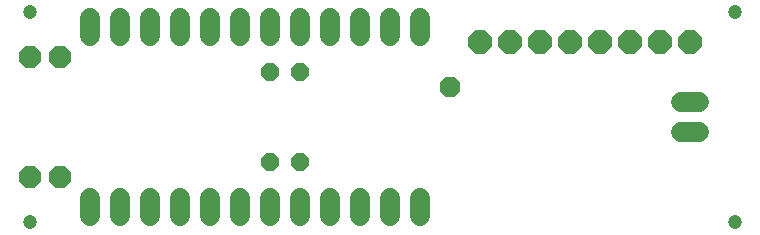
<source format=gbr>
G04 EAGLE Gerber RS-274X export*
G75*
%MOMM*%
%FSLAX34Y34*%
%LPD*%
%INSoldermask Top*%
%IPPOS*%
%AMOC8*
5,1,8,0,0,1.08239X$1,22.5*%
G01*
%ADD10C,1.203200*%
%ADD11C,1.727200*%
%ADD12P,2.144431X8X292.500000*%
%ADD13P,2.034460X8X202.500000*%
%ADD14P,1.649562X8X292.500000*%
%ADD15P,1.869504X8X22.500000*%


D10*
X622300Y304800D03*
X622300Y127000D03*
X25400Y304800D03*
X25400Y127000D03*
D11*
X355600Y284480D02*
X355600Y299720D01*
X330200Y299720D02*
X330200Y284480D01*
X304800Y284480D02*
X304800Y299720D01*
X279400Y299720D02*
X279400Y284480D01*
X254000Y284480D02*
X254000Y299720D01*
X228600Y299720D02*
X228600Y284480D01*
X203200Y284480D02*
X203200Y299720D01*
X177800Y299720D02*
X177800Y284480D01*
X152400Y284480D02*
X152400Y299720D01*
X127000Y299720D02*
X127000Y284480D01*
X101600Y284480D02*
X101600Y299720D01*
X76200Y299720D02*
X76200Y284480D01*
X76200Y147320D02*
X76200Y132080D01*
X101600Y132080D02*
X101600Y147320D01*
X127000Y147320D02*
X127000Y132080D01*
X152400Y132080D02*
X152400Y147320D01*
X177800Y147320D02*
X177800Y132080D01*
X203200Y132080D02*
X203200Y147320D01*
X228600Y147320D02*
X228600Y132080D01*
X254000Y132080D02*
X254000Y147320D01*
X279400Y147320D02*
X279400Y132080D01*
X304800Y132080D02*
X304800Y147320D01*
X330200Y147320D02*
X330200Y132080D01*
X355600Y132080D02*
X355600Y147320D01*
D12*
X584200Y279400D03*
X558800Y279400D03*
X533400Y279400D03*
X508000Y279400D03*
X482600Y279400D03*
X457200Y279400D03*
X431800Y279400D03*
X406400Y279400D03*
D13*
X50800Y266700D03*
X25400Y266700D03*
X50800Y165100D03*
X25400Y165100D03*
D14*
X228600Y254000D03*
X228600Y177800D03*
X254000Y254000D03*
X254000Y177800D03*
D11*
X576580Y228600D02*
X591820Y228600D01*
X591820Y203200D02*
X576580Y203200D01*
D15*
X381000Y241300D03*
M02*

</source>
